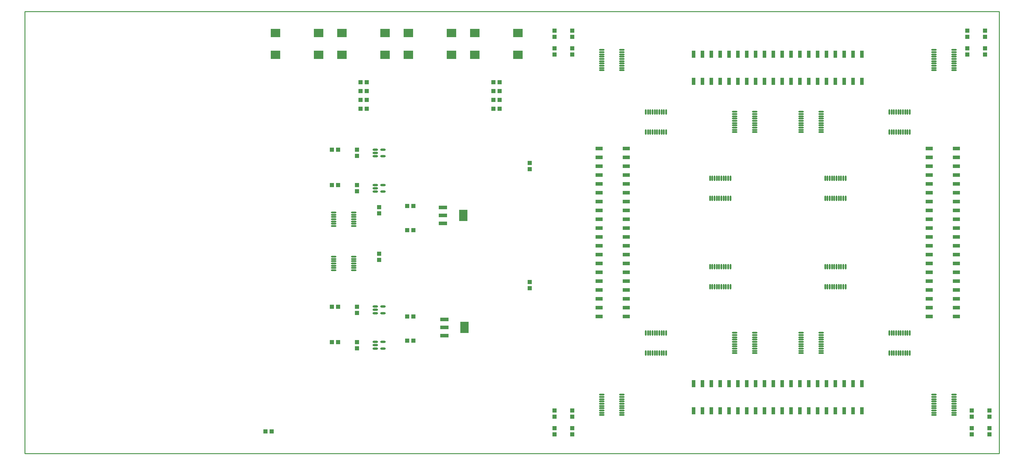
<source format=gtp>
G04 Layer_Color=8421504*
%FSLAX25Y25*%
%MOIN*%
G70*
G01*
G75*
%ADD10O,0.06299X0.01772*%
%ADD11R,0.11024X0.09449*%
%ADD12R,0.05000X0.05000*%
%ADD13R,0.07874X0.03937*%
%ADD14O,0.01772X0.06299*%
%ADD15R,0.03937X0.07874*%
%ADD16R,0.05000X0.05000*%
%ADD17O,0.06102X0.02362*%
%ADD18O,0.06102X0.01772*%
%ADD19R,0.09449X0.12598*%
%ADD20R,0.09449X0.03937*%
%ADD21C,0.01000*%
D10*
X1048819Y43484D02*
D03*
Y46043D02*
D03*
Y48602D02*
D03*
Y51161D02*
D03*
Y53720D02*
D03*
Y56280D02*
D03*
Y58839D02*
D03*
Y61398D02*
D03*
Y63957D02*
D03*
Y66516D02*
D03*
X1026181Y43484D02*
D03*
Y46043D02*
D03*
Y48602D02*
D03*
Y51161D02*
D03*
Y53720D02*
D03*
Y56280D02*
D03*
Y58839D02*
D03*
Y61398D02*
D03*
Y63957D02*
D03*
Y66516D02*
D03*
Y456516D02*
D03*
Y453957D02*
D03*
Y451398D02*
D03*
Y448839D02*
D03*
Y446280D02*
D03*
Y443720D02*
D03*
Y441161D02*
D03*
Y438602D02*
D03*
Y436043D02*
D03*
Y433484D02*
D03*
X1048819Y456516D02*
D03*
Y453957D02*
D03*
Y451398D02*
D03*
Y448839D02*
D03*
Y446280D02*
D03*
Y443720D02*
D03*
Y441161D02*
D03*
Y438602D02*
D03*
Y436043D02*
D03*
Y433484D02*
D03*
X673819Y43484D02*
D03*
Y46043D02*
D03*
Y48602D02*
D03*
Y51161D02*
D03*
Y53720D02*
D03*
Y56280D02*
D03*
Y58839D02*
D03*
Y61398D02*
D03*
Y63957D02*
D03*
Y66516D02*
D03*
X651181Y43484D02*
D03*
Y46043D02*
D03*
Y48602D02*
D03*
Y51161D02*
D03*
Y53720D02*
D03*
Y56280D02*
D03*
Y58839D02*
D03*
Y61398D02*
D03*
Y63957D02*
D03*
Y66516D02*
D03*
X898819Y113484D02*
D03*
Y116043D02*
D03*
Y118602D02*
D03*
Y121161D02*
D03*
Y123720D02*
D03*
Y126280D02*
D03*
Y128839D02*
D03*
Y131398D02*
D03*
Y133957D02*
D03*
Y136516D02*
D03*
X876181Y113484D02*
D03*
Y116043D02*
D03*
Y118602D02*
D03*
Y121161D02*
D03*
Y123720D02*
D03*
Y126280D02*
D03*
Y128839D02*
D03*
Y131398D02*
D03*
Y133957D02*
D03*
Y136516D02*
D03*
X823819Y113484D02*
D03*
Y116043D02*
D03*
Y118602D02*
D03*
Y121161D02*
D03*
Y123720D02*
D03*
Y126280D02*
D03*
Y128839D02*
D03*
Y131398D02*
D03*
Y133957D02*
D03*
Y136516D02*
D03*
X801181Y113484D02*
D03*
Y116043D02*
D03*
Y118602D02*
D03*
Y121161D02*
D03*
Y123720D02*
D03*
Y126280D02*
D03*
Y128839D02*
D03*
Y131398D02*
D03*
Y133957D02*
D03*
Y136516D02*
D03*
Y386516D02*
D03*
Y383957D02*
D03*
Y381398D02*
D03*
Y378839D02*
D03*
Y376280D02*
D03*
Y373720D02*
D03*
Y371161D02*
D03*
Y368602D02*
D03*
Y366043D02*
D03*
Y363484D02*
D03*
X823819Y386516D02*
D03*
Y383957D02*
D03*
Y381398D02*
D03*
Y378839D02*
D03*
Y376280D02*
D03*
Y373720D02*
D03*
Y371161D02*
D03*
Y368602D02*
D03*
Y366043D02*
D03*
Y363484D02*
D03*
X876181Y386516D02*
D03*
Y383957D02*
D03*
Y381398D02*
D03*
Y378839D02*
D03*
Y376280D02*
D03*
Y373720D02*
D03*
Y371161D02*
D03*
Y368602D02*
D03*
Y366043D02*
D03*
Y363484D02*
D03*
X898819Y386516D02*
D03*
Y383957D02*
D03*
Y381398D02*
D03*
Y378839D02*
D03*
Y376280D02*
D03*
Y373720D02*
D03*
Y371161D02*
D03*
Y368602D02*
D03*
Y366043D02*
D03*
Y363484D02*
D03*
X651181Y456516D02*
D03*
Y453957D02*
D03*
Y451398D02*
D03*
Y448839D02*
D03*
Y446280D02*
D03*
Y443720D02*
D03*
Y441161D02*
D03*
Y438602D02*
D03*
Y436043D02*
D03*
Y433484D02*
D03*
X673819Y456516D02*
D03*
Y453957D02*
D03*
Y451398D02*
D03*
Y448839D02*
D03*
Y446280D02*
D03*
Y443720D02*
D03*
Y441161D02*
D03*
Y438602D02*
D03*
Y436043D02*
D03*
Y433484D02*
D03*
D11*
X433000Y475500D02*
D03*
Y451000D02*
D03*
X481500Y475500D02*
D03*
Y451000D02*
D03*
X283000Y475500D02*
D03*
Y451000D02*
D03*
X331500Y475500D02*
D03*
Y451000D02*
D03*
X508000Y475500D02*
D03*
Y451000D02*
D03*
X556500Y475500D02*
D03*
Y451000D02*
D03*
X358000Y475500D02*
D03*
Y451000D02*
D03*
X406500Y475500D02*
D03*
Y451000D02*
D03*
D12*
X1084000Y458398D02*
D03*
Y451398D02*
D03*
Y478398D02*
D03*
Y471398D02*
D03*
X1064000Y478398D02*
D03*
Y471398D02*
D03*
Y458398D02*
D03*
Y451398D02*
D03*
X1089000Y41602D02*
D03*
Y48602D02*
D03*
Y21602D02*
D03*
Y28602D02*
D03*
X1069000Y21602D02*
D03*
Y28602D02*
D03*
Y41602D02*
D03*
Y48602D02*
D03*
X618000Y478398D02*
D03*
Y471398D02*
D03*
Y21602D02*
D03*
Y28602D02*
D03*
Y41602D02*
D03*
Y48602D02*
D03*
X598000Y21602D02*
D03*
Y28602D02*
D03*
Y41602D02*
D03*
Y48602D02*
D03*
Y478398D02*
D03*
Y471398D02*
D03*
X618000Y458398D02*
D03*
Y451398D02*
D03*
X598000Y458398D02*
D03*
Y451398D02*
D03*
X375000Y336700D02*
D03*
Y343700D02*
D03*
Y296700D02*
D03*
Y303700D02*
D03*
X570000Y328500D02*
D03*
Y321500D02*
D03*
Y193900D02*
D03*
Y186900D02*
D03*
X375000Y119000D02*
D03*
Y126000D02*
D03*
Y159100D02*
D03*
Y166100D02*
D03*
X400000Y271500D02*
D03*
Y278500D02*
D03*
Y219000D02*
D03*
Y226000D02*
D03*
D13*
X1051604Y195000D02*
D03*
Y175000D02*
D03*
Y165000D02*
D03*
Y155000D02*
D03*
Y185000D02*
D03*
Y235000D02*
D03*
Y205000D02*
D03*
Y215000D02*
D03*
Y225000D02*
D03*
Y245000D02*
D03*
Y285000D02*
D03*
Y255000D02*
D03*
Y265000D02*
D03*
Y275000D02*
D03*
Y295000D02*
D03*
Y335000D02*
D03*
Y305000D02*
D03*
Y315000D02*
D03*
Y325000D02*
D03*
Y345000D02*
D03*
X1020896D02*
D03*
Y325000D02*
D03*
Y315000D02*
D03*
Y305000D02*
D03*
Y335000D02*
D03*
Y295000D02*
D03*
Y275000D02*
D03*
Y265000D02*
D03*
Y255000D02*
D03*
Y285000D02*
D03*
Y245000D02*
D03*
Y225000D02*
D03*
Y215000D02*
D03*
Y205000D02*
D03*
Y235000D02*
D03*
Y185000D02*
D03*
Y155000D02*
D03*
Y165000D02*
D03*
Y175000D02*
D03*
Y195000D02*
D03*
X648396Y305000D02*
D03*
Y325000D02*
D03*
Y335000D02*
D03*
Y345000D02*
D03*
Y315000D02*
D03*
Y265000D02*
D03*
Y295000D02*
D03*
Y285000D02*
D03*
Y275000D02*
D03*
Y255000D02*
D03*
Y215000D02*
D03*
Y245000D02*
D03*
Y235000D02*
D03*
Y225000D02*
D03*
Y205000D02*
D03*
Y165000D02*
D03*
Y195000D02*
D03*
Y185000D02*
D03*
Y175000D02*
D03*
Y155000D02*
D03*
X679104D02*
D03*
Y175000D02*
D03*
Y185000D02*
D03*
Y195000D02*
D03*
Y165000D02*
D03*
Y205000D02*
D03*
Y225000D02*
D03*
Y235000D02*
D03*
Y245000D02*
D03*
Y215000D02*
D03*
Y255000D02*
D03*
Y275000D02*
D03*
Y285000D02*
D03*
Y295000D02*
D03*
Y265000D02*
D03*
Y315000D02*
D03*
Y345000D02*
D03*
Y335000D02*
D03*
Y325000D02*
D03*
Y305000D02*
D03*
D14*
X999016Y386319D02*
D03*
X996457D02*
D03*
X993898D02*
D03*
X991339D02*
D03*
X988780D02*
D03*
X986220D02*
D03*
X983661D02*
D03*
X981102D02*
D03*
X978543D02*
D03*
X975984D02*
D03*
X999016Y363681D02*
D03*
X996457D02*
D03*
X993898D02*
D03*
X991339D02*
D03*
X988780D02*
D03*
X986220D02*
D03*
X983661D02*
D03*
X981102D02*
D03*
X978543D02*
D03*
X975984D02*
D03*
X926516Y311319D02*
D03*
X923957D02*
D03*
X921398D02*
D03*
X918839D02*
D03*
X916280D02*
D03*
X913720D02*
D03*
X911161D02*
D03*
X908602D02*
D03*
X906043D02*
D03*
X903484D02*
D03*
X926516Y288681D02*
D03*
X923957D02*
D03*
X921398D02*
D03*
X918839D02*
D03*
X916280D02*
D03*
X913720D02*
D03*
X911161D02*
D03*
X908602D02*
D03*
X906043D02*
D03*
X903484D02*
D03*
X999016Y136319D02*
D03*
X996457D02*
D03*
X993898D02*
D03*
X991339D02*
D03*
X988780D02*
D03*
X986220D02*
D03*
X983661D02*
D03*
X981102D02*
D03*
X978543D02*
D03*
X975984D02*
D03*
X999016Y113681D02*
D03*
X996457D02*
D03*
X993898D02*
D03*
X991339D02*
D03*
X988780D02*
D03*
X986220D02*
D03*
X983661D02*
D03*
X981102D02*
D03*
X978543D02*
D03*
X975984D02*
D03*
X700984Y113681D02*
D03*
X703543D02*
D03*
X706102D02*
D03*
X708661D02*
D03*
X711220D02*
D03*
X713780D02*
D03*
X716339D02*
D03*
X718898D02*
D03*
X721457D02*
D03*
X724016D02*
D03*
X700984Y136319D02*
D03*
X703543D02*
D03*
X706102D02*
D03*
X708661D02*
D03*
X711220D02*
D03*
X713780D02*
D03*
X716339D02*
D03*
X718898D02*
D03*
X721457D02*
D03*
X724016D02*
D03*
X700984Y363681D02*
D03*
X703543D02*
D03*
X706102D02*
D03*
X708661D02*
D03*
X711220D02*
D03*
X713780D02*
D03*
X716339D02*
D03*
X718898D02*
D03*
X721457D02*
D03*
X724016D02*
D03*
X700984Y386319D02*
D03*
X703543D02*
D03*
X706102D02*
D03*
X708661D02*
D03*
X711220D02*
D03*
X713780D02*
D03*
X716339D02*
D03*
X718898D02*
D03*
X721457D02*
D03*
X724016D02*
D03*
X926516Y211319D02*
D03*
X923957D02*
D03*
X921398D02*
D03*
X918839D02*
D03*
X916280D02*
D03*
X913720D02*
D03*
X911161D02*
D03*
X908602D02*
D03*
X906043D02*
D03*
X903484D02*
D03*
X926516Y188681D02*
D03*
X923957D02*
D03*
X921398D02*
D03*
X918839D02*
D03*
X916280D02*
D03*
X913720D02*
D03*
X911161D02*
D03*
X908602D02*
D03*
X906043D02*
D03*
X903484D02*
D03*
X773484Y288681D02*
D03*
X776043D02*
D03*
X778602D02*
D03*
X781161D02*
D03*
X783720D02*
D03*
X786280D02*
D03*
X788839D02*
D03*
X791398D02*
D03*
X793957D02*
D03*
X796516D02*
D03*
X773484Y311319D02*
D03*
X776043D02*
D03*
X778602D02*
D03*
X781161D02*
D03*
X783720D02*
D03*
X786280D02*
D03*
X788839D02*
D03*
X791398D02*
D03*
X793957D02*
D03*
X796516D02*
D03*
X773484Y188681D02*
D03*
X776043D02*
D03*
X778602D02*
D03*
X781161D02*
D03*
X783720D02*
D03*
X786280D02*
D03*
X788839D02*
D03*
X791398D02*
D03*
X793957D02*
D03*
X796516D02*
D03*
X773484Y211319D02*
D03*
X776043D02*
D03*
X778602D02*
D03*
X781161D02*
D03*
X783720D02*
D03*
X786280D02*
D03*
X788839D02*
D03*
X791398D02*
D03*
X793957D02*
D03*
X796516D02*
D03*
D15*
X795000Y48396D02*
D03*
X775000D02*
D03*
X765000D02*
D03*
X755000D02*
D03*
X785000D02*
D03*
X835000D02*
D03*
X805000D02*
D03*
X815000D02*
D03*
X825000D02*
D03*
X845000D02*
D03*
X885000D02*
D03*
X855000D02*
D03*
X865000D02*
D03*
X875000D02*
D03*
X895000D02*
D03*
X935000D02*
D03*
X905000D02*
D03*
X915000D02*
D03*
X925000D02*
D03*
X945000D02*
D03*
Y79104D02*
D03*
X925000D02*
D03*
X915000D02*
D03*
X905000D02*
D03*
X935000D02*
D03*
X895000D02*
D03*
X875000D02*
D03*
X865000D02*
D03*
X855000D02*
D03*
X885000D02*
D03*
X845000D02*
D03*
X825000D02*
D03*
X815000D02*
D03*
X805000D02*
D03*
X835000D02*
D03*
X785000D02*
D03*
X755000D02*
D03*
X765000D02*
D03*
X775000D02*
D03*
X795000D02*
D03*
X905000Y451604D02*
D03*
X925000D02*
D03*
X935000D02*
D03*
X945000D02*
D03*
X915000D02*
D03*
X865000D02*
D03*
X895000D02*
D03*
X885000D02*
D03*
X875000D02*
D03*
X855000D02*
D03*
X815000D02*
D03*
X845000D02*
D03*
X835000D02*
D03*
X825000D02*
D03*
X805000D02*
D03*
X765000D02*
D03*
X795000D02*
D03*
X785000D02*
D03*
X775000D02*
D03*
X755000D02*
D03*
Y420896D02*
D03*
X775000D02*
D03*
X785000D02*
D03*
X795000D02*
D03*
X765000D02*
D03*
X805000D02*
D03*
X825000D02*
D03*
X835000D02*
D03*
X845000D02*
D03*
X815000D02*
D03*
X855000D02*
D03*
X875000D02*
D03*
X885000D02*
D03*
X895000D02*
D03*
X865000D02*
D03*
X915000D02*
D03*
X945000D02*
D03*
X935000D02*
D03*
X925000D02*
D03*
X905000D02*
D03*
D16*
X386000Y410000D02*
D03*
X379000D02*
D03*
X386000Y400000D02*
D03*
X379000D02*
D03*
X386000Y390000D02*
D03*
X379000D02*
D03*
X386000Y420000D02*
D03*
X379000D02*
D03*
X536000Y400000D02*
D03*
X529000D02*
D03*
X536000Y410000D02*
D03*
X529000D02*
D03*
X536000Y420000D02*
D03*
X529000D02*
D03*
X536000Y390000D02*
D03*
X529000D02*
D03*
X353500Y343700D02*
D03*
X346500D02*
D03*
X353500Y303700D02*
D03*
X346500D02*
D03*
X353500Y126000D02*
D03*
X346500D02*
D03*
X353500Y166100D02*
D03*
X346500D02*
D03*
X431500Y127500D02*
D03*
X438500D02*
D03*
X431500Y155000D02*
D03*
X438500D02*
D03*
X431500Y252500D02*
D03*
X438500D02*
D03*
X431500Y280000D02*
D03*
X438500D02*
D03*
X278500Y25000D02*
D03*
X271500D02*
D03*
D17*
X395571Y343740D02*
D03*
Y340000D02*
D03*
Y336260D02*
D03*
X404429Y343740D02*
D03*
Y336260D02*
D03*
X395571Y303740D02*
D03*
Y300000D02*
D03*
Y296260D02*
D03*
X404429Y303740D02*
D03*
Y296260D02*
D03*
X395571Y126240D02*
D03*
Y122500D02*
D03*
Y118760D02*
D03*
X404429Y126240D02*
D03*
Y118760D02*
D03*
X395571Y166240D02*
D03*
Y162500D02*
D03*
Y158760D02*
D03*
X404429Y166240D02*
D03*
Y158760D02*
D03*
D18*
X348681Y272677D02*
D03*
Y270118D02*
D03*
Y267559D02*
D03*
Y265000D02*
D03*
Y262441D02*
D03*
Y259882D02*
D03*
Y257323D02*
D03*
X371319Y272677D02*
D03*
Y270118D02*
D03*
Y267559D02*
D03*
Y265000D02*
D03*
Y262441D02*
D03*
Y259882D02*
D03*
Y257323D02*
D03*
X348681Y222677D02*
D03*
Y220118D02*
D03*
Y217559D02*
D03*
Y215000D02*
D03*
Y212441D02*
D03*
Y209882D02*
D03*
Y207323D02*
D03*
X371319Y222677D02*
D03*
Y220118D02*
D03*
Y217559D02*
D03*
Y215000D02*
D03*
Y212441D02*
D03*
Y209882D02*
D03*
Y207323D02*
D03*
D19*
X496417Y142500D02*
D03*
X494917Y269200D02*
D03*
D20*
X473583Y133445D02*
D03*
Y142500D02*
D03*
Y151555D02*
D03*
X472083Y260145D02*
D03*
Y269200D02*
D03*
Y278255D02*
D03*
D21*
X0Y0D02*
X1100000D01*
Y500000D01*
X0D02*
X1100000D01*
X0Y0D02*
Y500000D01*
M02*

</source>
